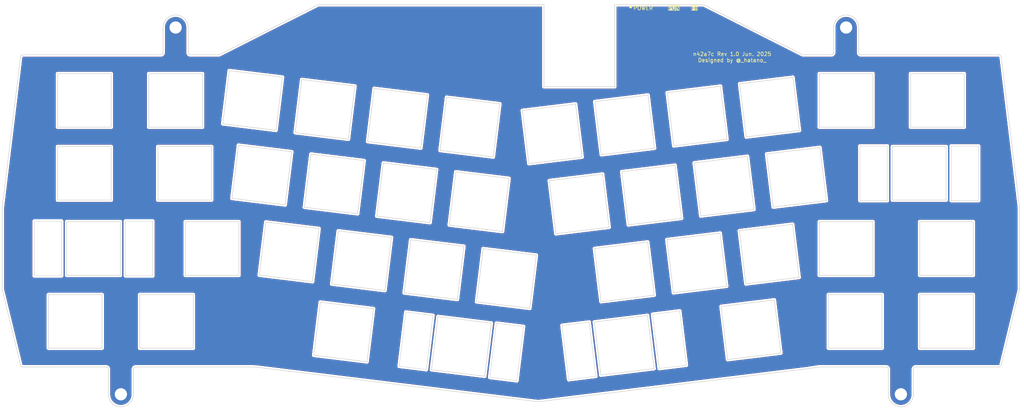
<source format=kicad_pcb>
(kicad_pcb (version 20241229) (generator "pcbnew") (generator_version "9.0")
  (title_block (title "n42a7c_t") (date "2025-06-08") (rev "1.0"))
  (layers (0 "F.Cu" mixed) (2 "B.Cu" mixed) (13 "F.Paste" user) (15 "B.Paste" user) (5 "F.SilkS" user "F.Silkscreen") (7 "B.SilkS" user "B.Silkscreen") (1 "F.Mask" user) (3 "B.Mask" user) (25 "Edge.Cuts" user))
  (net 0 "")
  (net 1 "GND")
  (footprint "cscslib:MountingHole_M3_plating_truss" (layer "F.Cu") (at 44.6484 124.42021)
    (property "Reference" "H3")
    (property "Value" "MountingHole_Pad" (hide yes))
    (pad "1" thru_hole circle (at 0 0) (size 3.4 3.4) (drill 3.2) (layers "*.Cu" "*.Mask") (net 1 "GND") (clearance 1.75))
  )
  (footprint "cscslib:MountingHole_M3_plating_truss" (layer "F.Cu") (at 58.935987 28.57502)
    (property "Reference" "H1")
    (property "Value" "MountingHole_Pad" (hide yes))
    (pad "1" thru_hole circle (at 0 0) (size 3.4 3.4) (drill 3.2) (layers "*.Cu" "*.Mask") (net 1 "GND") (clearance 1.75))
  )
  (footprint "cscslib:MountingHole_M3_plating_truss" (layer "F.Cu") (at 248.245104 124.420416)
    (property "Reference" "H4")
    (property "Value" "MountingHole_Pad" (hide yes))
    (pad "1" thru_hole circle (at 0 0) (size 3.4 3.4) (drill 3.2) (layers "*.Cu" "*.Mask") (net 1 "GND") (clearance 1.75))
  )
  (footprint "cscslib:MountingHole_M3_plating_truss" (layer "F.Cu") (at 233.958009 28.575024)
    (property "Reference" "H2")
    (property "Value" "MountingHole_Pad" (hide yes))
    (pad "1" thru_hole circle (at 0 0) (size 3.4 3.4) (drill 3.2) (layers "*.Cu" "*.Mask") (net 1 "GND") (clearance 1.75))
  )
  (footprint "cscslib:CPG151101S11_frame" (layer "B.Cu") (at 35.12349 47.624947)
    (property "Reference" "SW1" (hide yes))
    (property "Value" "CPG151101S11-16" (hide yes))
    (fp_line (start -7 -7) (end 7 -7) (stroke (width 0.15)) (layer "Edge.Cuts"))
    (fp_line (start -7 7) (end -7 -7) (stroke (width 0.15)) (layer "Edge.Cuts"))
    (fp_line (start -7 7) (end 7 7) (stroke (width 0.15)) (layer "Edge.Cuts"))
    (fp_line (start 7 7) (end 7 -7) (stroke (width 0.15)) (layer "Edge.Cuts"))
  )
  (footprint "cscslib:CPG151101S11_frame" (layer "B.Cu") (at 79.035307 47.638212 -7)
    (property "Reference" "SW3" (hide yes))
    (property "Value" "CPG151101S11-16" (hide yes))
    (fp_line (start -6.999999 7) (end -7 -6.999999) (stroke (width 0.15)) (layer "Edge.Cuts"))
    (fp_line (start -6.999999 7) (end 7 6.999999) (stroke (width 0.15)) (layer "Edge.Cuts"))
    (fp_line (start -7 -6.999999) (end 6.999999 -7) (stroke (width 0.15)) (layer "Edge.Cuts"))
    (fp_line (start 7 6.999999) (end 6.999999 -7) (stroke (width 0.15)) (layer "Edge.Cuts"))
  )
  (footprint "cscslib:CPG151101S11_frame" (layer "B.Cu") (at 97.94339 49.959835 -7)
    (property "Reference" "SW4" (hide yes))
    (property "Value" "CPG151101S11-16" (hide yes))
    (fp_line (start -6.999999 7) (end -7 -6.999999) (stroke (width 0.15)) (layer "Edge.Cuts"))
    (fp_line (start -6.999999 7) (end 7 6.999999) (stroke (width 0.15)) (layer "Edge.Cuts"))
    (fp_line (start -7 -6.999999) (end 6.999999 -7) (stroke (width 0.15)) (layer "Edge.Cuts"))
    (fp_line (start 7 6.999999) (end 6.999999 -7) (stroke (width 0.15)) (layer "Edge.Cuts"))
  )
  (footprint "cscslib:CPG151101S11_frame" (layer "B.Cu") (at 116.851469 52.281451 -7)
    (property "Reference" "SW5" (hide yes))
    (property "Value" "CPG151101S11-16" (hide yes))
    (fp_line (start -6.999999 7) (end -7 -6.999999) (stroke (width 0.15)) (layer "Edge.Cuts"))
    (fp_line (start -6.999999 7) (end 7 6.999999) (stroke (width 0.15)) (layer "Edge.Cuts"))
    (fp_line (start -7 -6.999999) (end 6.999999 -7) (stroke (width 0.15)) (layer "Edge.Cuts"))
    (fp_line (start 7 6.999999) (end 6.999999 -7) (stroke (width 0.15)) (layer "Edge.Cuts"))
  )
  (footprint "cscslib:CPG151101S11_frame" (layer "B.Cu") (at 135.759557 54.603071 -7)
    (property "Reference" "SW6" (hide yes))
    (property "Value" "CPG151101S11-16" (hide yes))
    (fp_line (start -6.999999 7) (end -7 -6.999999) (stroke (width 0.15)) (layer "Edge.Cuts"))
    (fp_line (start -6.999999 7) (end 7 6.999999) (stroke (width 0.15)) (layer "Edge.Cuts"))
    (fp_line (start -7 -6.999999) (end 6.999999 -7) (stroke (width 0.15)) (layer "Edge.Cuts"))
    (fp_line (start 7 6.999999) (end 6.999999 -7) (stroke (width 0.15)) (layer "Edge.Cuts"))
  )
  (footprint "cscslib:CPG151101S11_frame" (layer "B.Cu") (at 157.240616 56.344319 7)
    (property "Reference" "SW7" (hide yes))
    (property "Value" "CPG151101S11-16" (hide yes))
    (fp_line (start -6.999999 -7) (end 7 -6.999999) (stroke (width 0.15)) (layer "Edge.Cuts"))
    (fp_line (start -7 6.999999) (end -6.999999 -7) (stroke (width 0.15)) (layer "Edge.Cuts"))
    (fp_line (start -7 6.999999) (end 6.999999 7) (stroke (width 0.15)) (layer "Edge.Cuts"))
    (fp_line (start 6.999999 7) (end 7 -6.999999) (stroke (width 0.15)) (layer "Edge.Cuts"))
  )
  (footprint "cscslib:CPG151101S11_frame" (layer "B.Cu") (at 176.148605 54.022573 7)
    (property "Reference" "SW8" (hide yes))
    (property "Value" "CPG151101S11-16" (hide yes))
    (fp_line (start -6.999999 -7) (end 7 -6.999999) (stroke (width 0.15)) (layer "Edge.Cuts"))
    (fp_line (start -7 6.999999) (end -6.999999 -7) (stroke (width 0.15)) (layer "Edge.Cuts"))
    (fp_line (start -7 6.999999) (end 6.999999 7) (stroke (width 0.15)) (layer "Edge.Cuts"))
    (fp_line (start 6.999999 7) (end 7 -6.999999) (stroke (width 0.15)) (layer "Edge.Cuts"))
  )
  (footprint "cscslib:CPG151101S11_frame" (layer "B.Cu") (at 195.056609 51.700962 7)
    (property "Reference" "SW9" (hide yes))
    (property "Value" "CPG151101S11-16" (hide yes))
    (fp_line (start -6.999999 -7) (end 7 -6.999999) (stroke (width 0.15)) (layer "Edge.Cuts"))
    (fp_line (start -7 6.999999) (end -6.999999 -7) (stroke (width 0.15)) (layer "Edge.Cuts"))
    (fp_line (start -7 6.999999) (end 6.999999 7) (stroke (width 0.15)) (layer "Edge.Cuts"))
    (fp_line (start 6.999999 7) (end 7 -6.999999) (stroke (width 0.15)) (layer "Edge.Cuts"))
  )
  (footprint "cscslib:CPG151101S11_frame" (layer "B.Cu") (at 213.964612 49.379351 7)
    (property "Reference" "SW10" (hide yes))
    (property "Value" "CPG151101S11-16" (hide yes))
    (fp_line (start -6.999999 -7) (end 7 -6.999999) (stroke (width 0.15)) (layer "Edge.Cuts"))
    (fp_line (start -7 6.999999) (end -6.999999 -7) (stroke (width 0.15)) (layer "Edge.Cuts"))
    (fp_line (start -7 6.999999) (end 6.999999 7) (stroke (width 0.15)) (layer "Edge.Cuts"))
    (fp_line (start 6.999999 7) (end 7 -6.999999) (stroke (width 0.15)) (layer "Edge.Cuts"))
  )
  (footprint "cscslib:CPG151101S11_frame" (layer "B.Cu") (at 233.958009 47.624944)
    (property "Reference" "SW11" (hide yes))
    (property "Value" "CPG151101S11-16" (hide yes))
    (fp_line (start -7 -7) (end 7 -7) (stroke (width 0.15)) (layer "Edge.Cuts"))
    (fp_line (start -7 7) (end -7 -7) (stroke (width 0.15)) (layer "Edge.Cuts"))
    (fp_line (start -7 7) (end 7 7) (stroke (width 0.15)) (layer "Edge.Cuts"))
    (fp_line (start 7 7) (end 7 -7) (stroke (width 0.15)) (layer "Edge.Cuts"))
  )
  (footprint "cscslib:CPG151101S11_frame" (layer "B.Cu") (at 61.317239 66.675056)
    (property "Reference" "SW14" (hide yes))
    (property "Value" "CPG151101S11-16" (hide yes))
    (fp_line (start -7 -7) (end 7 -7) (stroke (width 0.15)) (layer "Edge.Cuts"))
    (fp_line (start -7 7) (end -7 -7) (stroke (width 0.15)) (layer "Edge.Cuts"))
    (fp_line (start -7 7) (end 7 7) (stroke (width 0.15)) (layer "Edge.Cuts"))
    (fp_line (start 7 7) (end 7 -7) (stroke (width 0.15)) (layer "Edge.Cuts"))
  )
  (footprint "cscslib:CPG151101S11_frame" (layer "B.Cu") (at 81.440532 67.12668 -7)
    (property "Reference" "SW15" (hide yes))
    (property "Value" "CPG151101S11-16" (hide yes))
    (fp_line (start -6.999999 7) (end -7 -6.999999) (stroke (width 0.15)) (layer "Edge.Cuts"))
    (fp_line (start -6.999999 7) (end 7 6.999999) (stroke (width 0.15)) (layer "Edge.Cuts"))
    (fp_line (start -7 -6.999999) (end 6.999999 -7) (stroke (width 0.15)) (layer "Edge.Cuts"))
    (fp_line (start 7 6.999999) (end 6.999999 -7) (stroke (width 0.15)) (layer "Edge.Cuts"))
  )
  (footprint "cscslib:CPG151101S11_frame" (layer "B.Cu") (at 164.289229 74.67192 7)
    (property "Reference" "SW19" (hide yes))
    (property "Value" "CPG151101S11-16" (hide yes))
    (fp_line (start -6.999999 -7) (end 7 -6.999999) (stroke (width 0.15)) (layer "Edge.Cuts"))
    (fp_line (start -7 6.999999) (end -6.999999 -7) (stroke (width 0.15)) (layer "Edge.Cuts"))
    (fp_line (start -7 6.999999) (end 6.999999 7) (stroke (width 0.15)) (layer "Edge.Cuts"))
    (fp_line (start 6.999999 7) (end 7 -6.999999) (stroke (width 0.15)) (layer "Edge.Cuts"))
  )
  (footprint "cscslib:CPG151101S11_frame" (layer "B.Cu") (at 202.105234 70.028699 7)
    (property "Reference" "SW21" (hide yes))
    (property "Value" "CPG151101S11-16" (hide yes))
    (fp_line (start -6.999999 -7) (end 7 -6.999999) (stroke (width 0.15)) (layer "Edge.Cuts"))
    (fp_line (start -7 6.999999) (end -6.999999 -7) (stroke (width 0.15)) (layer "Edge.Cuts"))
    (fp_line (start -7 6.999999) (end 6.999999 7) (stroke (width 0.15)) (layer "Edge.Cuts"))
    (fp_line (start 6.999999 7) (end 7 -6.999999) (stroke (width 0.15)) (layer "Edge.Cuts"))
  )
  (footprint "cscslib:CPG151101S11_frame_S" (layer "B.Cu") (at 37.504719 86.320385)
    (property "Reference" "SW24" (hide yes))
    (property "Value" "CPG151101S11-16" (hide yes))
    (fp_line (start -15.478138 -7.143756) (end -8.334382 -7.143756) (stroke (width 0.12)) (layer "Edge.Cuts"))
    (fp_line (start -15.478138 7.143756) (end -15.478138 -7.143756) (stroke (width 0.12)) (layer "Edge.Cuts"))
    (fp_line (start -8.334382 -7.143756) (end -8.334382 7.143756) (stroke (width 0.12)) (layer "Edge.Cuts"))
    (fp_line (start -8.334382 7.143756) (end -15.478138 7.143756) (stroke (width 0.12)) (layer "Edge.Cuts"))
    (fp_line (start -7 -7) (end -7 7) (stroke (width 0.15)) (layer "Edge.Cuts"))
    (fp_line (start -7 -7) (end 7 -7) (stroke (width 0.15)) (layer "Edge.Cuts"))
    (fp_line (start 7 7) (end -7 7) (stroke (width 0.15)) (layer "Edge.Cuts"))
    (fp_line (start 7 7) (end 7 -7) (stroke (width 0.15)) (layer "Edge.Cuts"))
    (fp_line (start 8.334382 -7.143756) (end 8.334382 7.143756) (stroke (width 0.12)) (layer "Edge.Cuts"))
    (fp_line (start 8.334382 -7.143756) (end 15.478138 -7.143756) (stroke (width 0.12)) (layer "Edge.Cuts"))
    (fp_line (start 8.334382 7.143756) (end 15.478138 7.143756) (stroke (width 0.12)) (layer "Edge.Cuts"))
    (fp_line (start 15.478138 7.143756) (end 15.478138 -7.143756) (stroke (width 0.12)) (layer "Edge.Cuts"))
  )
  (footprint "cscslib:CPG151101S11_frame" (layer "B.Cu") (at 68.460993 86.320387)
    (property "Reference" "SW25" (hide yes))
    (property "Value" "CPG151101S11-16" (hide yes))
    (fp_line (start -7 -7) (end 7 -7) (stroke (width 0.15)) (layer "Edge.Cuts"))
    (fp_line (start -7 7) (end -7 -7) (stroke (width 0.15)) (layer "Edge.Cuts"))
    (fp_line (start -7 7) (end 7 7) (stroke (width 0.15)) (layer "Edge.Cuts"))
    (fp_line (start 7 7) (end 7 -7) (stroke (width 0.15)) (layer "Edge.Cuts"))
  )
  (footprint "cscslib:CPG151101S11_frame" (layer "B.Cu") (at 88.572927 87.195507 -7)
    (property "Reference" "SW26" (hide yes))
    (property "Value" "CPG151101S11-16" (hide yes))
    (fp_line (start -6.999999 7) (end -7 -6.999999) (stroke (width 0.15)) (layer "Edge.Cuts"))
    (fp_line (start -6.999999 7) (end 7 6.999999) (stroke (width 0.15)) (layer "Edge.Cuts"))
    (fp_line (start -7 -6.999999) (end 6.999999 -7) (stroke (width 0.15)) (layer "Edge.Cuts"))
    (fp_line (start 7 6.999999) (end 6.999999 -7) (stroke (width 0.15)) (layer "Edge.Cuts"))
  )
  (footprint "cscslib:CPG151101S11_frame" (layer "B.Cu") (at 126.38899 91.838573 -7)
    (property "Reference" "SW28" (hide yes))
    (property "Value" "CPG151101S11-16" (hide yes))
    (fp_line (start -6.999999 7) (end -7 -6.999999) (stroke (width 0.15)) (layer "Edge.Cuts"))
    (fp_line (start -6.999999 7) (end 7 6.999999) (stroke (width 0.15)) (layer "Edge.Cuts"))
    (fp_line (start -7 -6.999999) (end 6.999999 -7) (stroke (width 0.15)) (layer "Edge.Cuts"))
    (fp_line (start 7 6.999999) (end 6.999999 -7) (stroke (width 0.15)) (layer "Edge.Cuts"))
  )
  (footprint "cscslib:CPG151101S11_frame" (layer "B.Cu") (at 145.296978 94.160409 -7)
    (property "Reference" "SW29" (hide yes))
    (property "Value" "CPG151101S11-16" (hide yes))
    (fp_line (start -6.999999 7) (end -7 -6.999999) (stroke (width 0.15)) (layer "Edge.Cuts"))
    (fp_line (start -6.999999 7) (end 7 6.999999) (stroke (width 0.15)) (layer "Edge.Cuts"))
    (fp_line (start -7 -6.999999) (end 6.999999 -7) (stroke (width 0.15)) (layer "Edge.Cuts"))
    (fp_line (start 7 6.999999) (end 6.999999 -7) (stroke (width 0.15)) (layer "Edge.Cuts"))
  )
  (footprint "cscslib:CPG151101S11_frame" (layer "B.Cu") (at 58.935987 47.624945)
    (property "Reference" "SW2" (hide yes))
    (property "Value" "CPG151101S11-16" (hide yes))
    (fp_line (start -7 -7) (end 7 -7) (stroke (width 0.15)) (layer "Edge.Cuts"))
    (fp_line (start -7 7) (end -7 -7) (stroke (width 0.15)) (layer "Edge.Cuts"))
    (fp_line (start -7 7) (end 7 7) (stroke (width 0.15)) (layer "Edge.Cuts"))
    (fp_line (start 7 7) (end 7 -7) (stroke (width 0.15)) (layer "Edge.Cuts"))
  )
  (footprint "cscslib:CPG151101S11_frame" (layer "B.Cu") (at 183.197233 72.350309 7)
    (property "Reference" "SW20" (hide yes))
    (property "Value" "CPG151101S11-16" (hide yes))
    (fp_line (start -6.999999 -7) (end 7 -6.999999) (stroke (width 0.15)) (layer "Edge.Cuts"))
    (fp_line (start -7 6.999999) (end -6.999999 -7) (stroke (width 0.15)) (layer "Edge.Cuts"))
    (fp_line (start -7 6.999999) (end 6.999999 7) (stroke (width 0.15)) (layer "Edge.Cuts"))
    (fp_line (start 6.999999 7) (end 7 -6.999999) (stroke (width 0.15)) (layer "Edge.Cuts"))
  )
  (footprint "cscslib:CPG151101S11_frame" (layer "B.Cu") (at 35.123493 66.675055)
    (property "Reference" "SW13" (hide yes))
    (property "Value" "CPG151101S11-16" (hide yes))
    (fp_line (start -7 -7) (end 7 -7) (stroke (width 0.15)) (layer "Edge.Cuts"))
    (fp_line (start -7 7) (end -7 -7) (stroke (width 0.15)) (layer "Edge.Cuts"))
    (fp_line (start -7 7) (end 7 7) (stroke (width 0.15)) (layer "Edge.Cuts"))
    (fp_line (start 7 7) (end 7 -7) (stroke (width 0.15)) (layer "Edge.Cuts"))
  )
  (footprint "cscslib:CPG151101S11_frame" (layer "B.Cu") (at 221.013241 67.707088 7)
    (property "Reference" "SW22" (hide yes))
    (property "Value" "CPG151101S11-16" (hide yes))
    (fp_line (start -6.999999 -7) (end 7 -6.999999) (stroke (width 0.15)) (layer "Edge.Cuts"))
    (fp_line (start -7 6.999999) (end -6.999999 -7) (stroke (width 0.15)) (layer "Edge.Cuts"))
    (fp_line (start -7 6.999999) (end 6.999999 7) (stroke (width 0.15)) (layer "Edge.Cuts"))
    (fp_line (start 6.999999 7) (end 7 -6.999999) (stroke (width 0.15)) (layer "Edge.Cuts"))
  )
  (footprint "cscslib:CPG151101S11_frame" (layer "B.Cu") (at 100.34855 69.44829 -7)
    (property "Reference" "SW16" (hide yes))
    (property "Value" "CPG151101S11-16" (hide yes))
    (fp_line (start -6.999999 7) (end -7 -6.999999) (stroke (width 0.15)) (layer "Edge.Cuts"))
    (fp_line (start -6.999999 7) (end 7 6.999999) (stroke (width 0.15)) (layer "Edge.Cuts"))
    (fp_line (start -7 -6.999999) (end 6.999999 -7) (stroke (width 0.15)) (layer "Edge.Cuts"))
    (fp_line (start 7 6.999999) (end 6.999999 -7) (stroke (width 0.15)) (layer "Edge.Cuts"))
  )
  (footprint "cscslib:CPG151101S11_frame" (layer "B.Cu") (at 138.16459 74.091519 -7)
    (property "Reference" "SW18" (hide yes))
    (property "Value" "CPG151101S11-16" (hide yes))
    (fp_line (start -6.999999 7) (end -7 -6.999999) (stroke (width 0.15)) (layer "Edge.Cuts"))
    (fp_line (start -6.999999 7) (end 7 6.999999) (stroke (width 0.15)) (layer "Edge.Cuts"))
    (fp_line (start -7 -6.999999) (end 6.999999 -7) (stroke (width 0.15)) (layer "Edge.Cuts"))
    (fp_line (start 7 6.999999) (end 6.999999 -7) (stroke (width 0.15)) (layer "Edge.Cuts"))
  )
  (footprint "cscslib:CPG151101S11_frame" (layer "B.Cu") (at 119.256568 71.769906 -7)
    (property "Reference" "SW17" (hide yes))
    (property "Value" "CPG151101S11-16" (hide yes))
    (fp_line (start -6.999999 7) (end -7 -6.999999) (stroke (width 0.15)) (layer "Edge.Cuts"))
    (fp_line (start -6.999999 7) (end 7 6.999999) (stroke (width 0.15)) (layer "Edge.Cuts"))
    (fp_line (start -7 -6.999999) (end 6.999999 -7) (stroke (width 0.15)) (layer "Edge.Cuts"))
    (fp_line (start 7 6.999999) (end 6.999999 -7) (stroke (width 0.15)) (layer "Edge.Cuts"))
  )
  (footprint "cscslib:CPG151101S11_frame_S" (layer "B.Cu") (at 253.039765 66.675056)
    (property "Reference" "SW23" (hide yes))
    (property "Value" "CPG151101S11-16" (hide yes))
    (fp_line (start -15.478138 -7.143756) (end -8.334382 -7.143756) (stroke (width 0.12)) (layer "Edge.Cuts"))
    (fp_line (start -15.478138 7.143756) (end -15.478138 -7.143756) (stroke (width 0.12)) (layer "Edge.Cuts"))
    (fp_line (start -8.334382 -7.143756) (end -8.334382 7.143756) (stroke (width 0.12)) (layer "Edge.Cuts"))
    (fp_line (start -8.334382 7.143756) (end -15.478138 7.143756) (stroke (width 0.12)) (layer "Edge.Cuts"))
    (fp_line (start -7 -7) (end -7 7) (stroke (width 0.15)) (layer "Edge.Cuts"))
    (fp_line (start -7 -7) (end 7 -7) (stroke (width 0.15)) (layer "Edge.Cuts"))
    (fp_line (start 7 7) (end -7 7) (stroke (width 0.15)) (layer "Edge.Cuts"))
    (fp_line (start 7 7) (end 7 -7) (stroke (width 0.15)) (layer "Edge.Cuts"))
    (fp_line (start 8.334382 -7.143756) (end 8.334382 7.143756) (stroke (width 0.12)) (layer "Edge.Cuts"))
    (fp_line (start 8.334382 -7.143756) (end 15.478138 -7.143756) (stroke (width 0.12)) (layer "Edge.Cuts"))
    (fp_line (start 8.334382 7.143756) (end 15.478138 7.143756) (stroke (width 0.12)) (layer "Edge.Cuts"))
    (fp_line (start 15.478138 7.143756) (end 15.478138 -7.143756) (stroke (width 0.12)) (layer "Edge.Cuts"))
  )
  (footprint "cscslib:CPG151101S11_frame" (layer "B.Cu") (at 213.88085 87.775897 7)
    (property "Reference" "SW32" (hide yes))
    (property "Value" "CPG151101S11-16" (hide yes))
    (fp_line (start -6.999999 -7) (end 7 -6.999999) (stroke (width 0.15)) (layer "Edge.Cuts"))
    (fp_line (start -7 6.999999) (end -6.999999 -7) (stroke (width 0.15)) (layer "Edge.Cuts"))
    (fp_line (start -7 6.999999) (end 6.999999 7) (stroke (width 0.15)) (layer "Edge.Cuts"))
    (fp_line (start 6.999999 7) (end 7 -6.999999) (stroke (width 0.15)) (layer "Edge.Cuts"))
  )
  (footprint "cscslib:CPG151101S11_frame" (layer "B.Cu") (at 257.770529 47.624944)
    (property "Reference" "SW12" (hide yes))
    (property "Value" "CPG151101S11-16" (hide yes))
    (fp_line (start -7 -7) (end 7 -7) (stroke (width 0.15)) (layer "Edge.Cuts"))
    (fp_line (start -7 7) (end -7 -7) (stroke (width 0.15)) (layer "Edge.Cuts"))
    (fp_line (start -7 7) (end 7 7) (stroke (width 0.15)) (layer "Edge.Cuts"))
    (fp_line (start 7 7) (end 7 -7) (stroke (width 0.15)) (layer "Edge.Cuts"))
  )
  (footprint "cscslib:CPG151101S11_frame" (layer "B.Cu") (at 107.480948 89.517121 -7)
    (property "Reference" "SW27" (hide yes))
    (property "Value" "CPG151101S11-16" (hide yes))
    (fp_line (start -6.999999 7) (end -7 -6.999999) (stroke (width 0.15)) (layer "Edge.Cuts"))
    (fp_line (start -6.999999 7) (end 7 6.999999) (stroke (width 0.15)) (layer "Edge.Cuts"))
    (fp_line (start -7 -6.999999) (end 6.999999 -7) (stroke (width 0.15)) (layer "Edge.Cuts"))
    (fp_line (start 7 6.999999) (end 6.999999 -7) (stroke (width 0.15)) (layer "Edge.Cuts"))
  )
  (footprint "cscslib:CPG151101S11_frame" (layer "B.Cu") (at 176.06484 92.419119 7)
    (property "Reference" "SW30" (hide yes))
    (property "Value" "CPG151101S11-16" (hide yes))
    (fp_line (start -6.999999 -7) (end 7 -6.999999) (stroke (width 0.15)) (layer "Edge.Cuts"))
    (fp_line (start -7 6.999999) (end -6.999999 -7) (stroke (width 0.15)) (layer "Edge.Cuts"))
    (fp_line (start -7 6.999999) (end 6.999999 7) (stroke (width 0.15)) (layer "Edge.Cuts"))
    (fp_line (start 6.999999 7) (end 7 -6.999999) (stroke (width 0.15)) (layer "Edge.Cuts"))
  )
  (footprint "cscslib:CPG151101S11_frame" (layer "B.Cu") (at 260.151781 105.370401)
    (property "Reference" "SW42" (hide yes))
    (property "Value" "CPG151101S11-16" (hide yes))
    (fp_line (start -7 -7) (end 7 -7) (stroke (width 0.15)) (layer "Edge.Cuts"))
    (fp_line (start -7 7) (end -7 -7) (stroke (width 0.15)) (layer "Edge.Cuts"))
    (fp_line (start -7 7) (end 7 7) (stroke (width 0.15)) (layer "Edge.Cuts"))
    (fp_line (start 7 7) (end 7 -7) (stroke (width 0.15)) (layer "Edge.Cuts"))
  )
  (footprint "cscslib:CPG151101S11_frame" (layer "B.Cu") (at 209.111959 107.554506 7)
    (property "Reference" "SW40" (hide yes))
    (property "Value" "CPG151101S11-16" (hide yes))
    (fp_line (start -6.999999 -7) (end 7 -6.999999) (stroke (width 0.15)) (layer "Edge.Cuts"))
    (fp_line (start -7 6.999999) (end -6.999999 -7) (stroke (width 0.15)) (layer "Edge.Cuts"))
    (fp_line (start -7 6.999999) (end 6.999999 7) (stroke (width 0.15)) (layer "Edge.Cuts"))
    (fp_line (start 6.999999 7) (end 7 -6.999999) (stroke (width 0.15)) (layer "Edge.Cuts"))
  )
  (footprint "cscslib:CPG151101S11_frame" (layer "B.Cu") (at 236.339261 105.370401)
    (property "Reference" "SW41" (hide yes))
    (property "Value" "CPG151101S11-16" (hide yes))
    (fp_line (start -7 -7) (end 7 -7) (stroke (width 0.15)) (layer "Edge.Cuts"))
    (fp_line (start -7 7) (end -7 -7) (stroke (width 0.15)) (layer "Edge.Cuts"))
    (fp_line (start -7 7) (end 7 7) (stroke (width 0.15)) (layer "Edge.Cuts"))
    (fp_line (start 7 7) (end 7 -7) (stroke (width 0.15)) (layer "Edge.Cuts"))
  )
  (footprint "cscslib:CPG151101S11_frame_S" (layer "B.Cu") (at 176.022952 111.617325 7)
    (property "Reference" "SW39" (hide yes))
    (property "Value" "CPG151101S11-16" (hide yes))
    (fp_line (start -15.478138 -7.143756) (end -8.334382 -7.143756) (stroke (width 0.12)) (layer "Edge.Cuts"))
    (fp_line (start -15.478138 7.143756) (end -15.478138 -7.143756) (stroke (width 0.12)) (layer "Edge.Cuts"))
    (fp_line (start -8.334382 -7.143756) (end -8.334382 7.143756) (stroke (width 0.12)) (layer "Edge.Cuts"))
    (fp_line (start -6.999999 -7) (end -7 6.999999) (stroke (width 0.15)) (layer "Edge.Cuts"))
    (fp_line (start -6.999999 -7) (end 7 -6.999999) (stroke (width 0.15)) (layer "Edge.Cuts"))
    (fp_line (start -8.334382 7.143756) (end -15.478138 7.143756) (stroke (width 0.12)) (layer "Edge.Cuts"))
    (fp_line (start 8.334382 -7.143756) (end 8.334382 7.143756) (stroke (width 0.12)) (layer "Edge.Cuts"))
    (fp_line (start 8.334382 -7.143756) (end 15.478138 -7.143756) (stroke (width 0.12)) (layer "Edge.Cuts"))
    (fp_line (start 6.999999 7) (end -7 6.999999) (stroke (width 0.15)) (layer "Edge.Cuts"))
    (fp_line (start 6.999999 7) (end 7 -6.999999) (stroke (width 0.15)) (layer "Edge.Cuts"))
    (fp_line (start 8.334382 7.143756) (end 15.478138 7.143756) (stroke (width 0.12)) (layer "Edge.Cuts"))
    (fp_line (start 15.478138 7.143756) (end 15.478138 -7.143756) (stroke (width 0.12)) (layer "Edge.Cuts"))
  )
  (footprint "cscslib:CPG151101S11_frame" (layer "B.Cu") (at 233.958009 86.320382)
    (property "Reference" "SW33" (hide yes))
    (property "Value" "CPG151101S11-16" (hide yes))
    (fp_line (start -7 -7) (end 7 -7) (stroke (width 0.15)) (layer "Edge.Cuts"))
    (fp_line (start -7 7) (end -7 -7) (stroke (width 0.15)) (layer "Edge.Cuts"))
    (fp_line (start -7 7) (end 7 7) (stroke (width 0.15)) (layer "Edge.Cuts"))
    (fp_line (start 7 7) (end 7 -7) (stroke (width 0.15)) (layer "Edge.Cuts"))
  )
  (footprint "cscslib:CPG151101S11_frame" (layer "B.Cu") (at 32.742215 105.370404)
    (property "Reference" "SW35" (hide yes))
    (property "Value" "CPG151101S11-16" (hide yes))
    (fp_line (start -7 -7) (end 7 -7) (stroke (width 0.15)) (layer "Edge.Cuts"))
    (fp_line (start -7 7) (end -7 -7) (stroke (width 0.15)) (layer "Edge.Cuts"))
    (fp_line (start -7 7) (end 7 7) (stroke (width 0.15)) (layer "Edge.Cuts"))
    (fp_line (start 7 7) (end 7 -7) (stroke (width 0.15)) (layer "Edge.Cuts"))
  )
  (footprint "cscslib:CPG151101S11_frame" (layer "B.Cu") (at 194.972846 90.097508 7)
    (property "Reference" "SW31" (hide yes))
    (property "Value" "CPG151101S11-16" (hide yes))
    (fp_line (start -6.999999 -7) (end 7 -6.999999) (stroke (width 0.15)) (layer "Edge.Cuts"))
    (fp_line (start -7 6.999999) (end -6.999999 -7) (stroke (width 0.15)) (layer "Edge.Cuts"))
    (fp_line (start -7 6.999999) (end 6.999999 7) (stroke (width 0.15)) (layer "Edge.Cuts"))
    (fp_line (start 6.999999 7) (end 7 -6.999999) (stroke (width 0.15)) (layer "Edge.Cuts"))
  )
  (footprint "cscslib:CPG151101S11_frame" (layer "B.Cu") (at 260.151779 86.320385)
    (property "Reference" "SW34" (hide yes))
    (property "Value" "CPG151101S11-16" (hide yes))
    (fp_line (start -7 -7) (end 7 -7) (stroke (width 0.15)) (layer "Edge.Cuts"))
    (fp_line (start -7 7) (end -7 -7) (stroke (width 0.15)) (layer "Edge.Cuts"))
    (fp_line (start -7 7) (end 7 7) (stroke (width 0.15)) (layer "Edge.Cuts"))
    (fp_line (start 7 7) (end 7 -7) (stroke (width 0.15)) (layer "Edge.Cuts"))
  )
  (footprint "cscslib:CPG151101S11_frame_S" (layer "B.Cu") (at 133.521957 111.907493 -7)
    (property "Reference" "SW38" (hide yes))
    (property "Value" "CPG151101S11-16" (hide yes))
    (fp_line (start -15.478138 7.143756) (end -15.478138 -7.143756) (stroke (width 0.12)) (layer "Edge.Cuts"))
    (fp_line (start -15.478138 -7.143756) (end -8.334382 -7.143756) (stroke (width 0.12)) (layer "Edge.Cuts"))
    (fp_line (start -8.334382 7.143756) (end -15.478138 7.143756) (stroke (width 0.12)) (layer "Edge.Cuts"))
    (fp_line (start -8.334382 -7.143756) (end -8.334382 7.143756) (stroke (width 0.12)) (layer "Edge.Cuts"))
    (fp_line (start -7 -6.999999) (end -6.999999 7) (stroke (width 0.15)) (layer "Edge.Cuts"))
    (fp_line (start -7 -6.999999) (end 6.999999 -7) (stroke (width 0.15)) (layer "Edge.Cuts"))
    (fp_line (start 7 6.999999) (end -6.999999 7) (stroke (width 0.15)) (layer "Edge.Cuts"))
    (fp_line (start 7 6.999999) (end 6.999999 -7) (stroke (width 0.15)) (layer "Edge.Cuts"))
    (fp_line (start 8.334382 7.143756) (end 15.478138 7.143756) (stroke (width 0.12)) (layer "Edge.Cuts"))
    (fp_line (start 8.334382 -7.143756) (end 8.334382 7.143756) (stroke (width 0.12)) (layer "Edge.Cuts"))
    (fp_line (start 8.334382 -7.143756) (end 15.478138 -7.143756) (stroke (width 0.12)) (layer "Edge.Cuts"))
    (fp_line (start 15.478138 7.143756) (end 15.478138 -7.143756) (stroke (width 0.12)) (layer "Edge.Cuts"))
  )
  (footprint "cscslib:CPG151101S11_frame" (layer "B.Cu") (at 102.796451 108.13487 -7)
    (property "Reference" "SW37" (hide yes))
    (property "Value" "CPG151101S11-16" (hide yes))
    (fp_line (start -6.999999 7) (end -7 -6.999999) (stroke (width 0.15)) (layer "Edge.Cuts"))
    (fp_line (start -6.999999 7) (end 7 6.999999) (stroke (width 0.15)) (layer "Edge.Cuts"))
    (fp_line (start -7 -6.999999) (end 6.999999 -7) (stroke (width 0.15)) (layer "Edge.Cuts"))
    (fp_line (start 7 6.999999) (end 6.999999 -7) (stroke (width 0.15)) (layer "Edge.Cuts"))
  )
  (footprint "cscslib:CPG151101S11_frame" (layer "B.Cu") (at 56.554735 105.370401)
    (property "Reference" "SW36" (hide yes))
    (property "Value" "CPG151101S11-16" (hide yes))
    (fp_line (start -7 -7) (end 7 -7) (stroke (width 0.15)) (layer "Edge.Cuts"))
    (fp_line (start -7 7) (end -7 -7) (stroke (width 0.15)) (layer "Edge.Cuts"))
    (fp_line (start -7 7) (end 7 7) (stroke (width 0.15)) (layer "Edge.Cuts"))
    (fp_line (start 7 7) (end 7 -7) (stroke (width 0.15)) (layer "Edge.Cuts"))
  )
  (gr_circle (center 177.700632 23.217168) (end 177.998288 23.217168) (stroke (width 0.15)) (fill yes) (layer "F.SilkS"))
  (gr_line (start 230.684177 35.123382) (end 230.684287 28.575052) (stroke (width 0.15)) (layer "Edge.Cuts"))
  (gr_line (start 196.750616 22.621875) (end 173.533448 22.621875) (stroke (width 0.15)) (layer "Edge.Cuts"))
  (gr_arc (start 55.661679 35.123375) (mid 55.487381 35.544429) (end 55.066349 35.718708) (stroke (width 0.15)) (layer "Edge.Cuts"))
  (gr_line (start 41.374121 124.420207) (end 41.374128 117.876813) (stroke (width 0.15)) (layer "Edge.Cuts"))
  (gr_line (start 80.073858 117.34053) (end 153.342313 126.336706) (stroke (width 0.15)) (layer "Edge.Cuts"))
  (gr_line (start 223.562205 117.775766) (end 226.814253 117.276661) (stroke (width 0.15)) (layer "Edge.Cuts"))
  (gr_arc (start 47.922681 124.420208) (mid 44.648295 127.694491) (end 41.374121 124.419998) (stroke (width 0.15)) (layer "Edge.Cuts"))
  (gr_line (start 153.838937 126.336706) (end 223.562205 117.775766) (stroke (width 0.15)) (layer "Edge.Cuts"))
  (gr_arc (start 230.684204 35.12343) (mid 230.50983 35.544357) (end 230.088891 35.718742) (stroke (width 0.15)) (layer "Edge.Cuts"))
  (gr_line (start 153.342313 126.336706) (end 153.838937 126.336706) (stroke (width 0.15)) (layer "Edge.Cuts"))
  (gr_line (start 237.231831 28.575043) (end 237.231904 35.123486) (stroke (width 0.15)) (layer "Edge.Cuts"))
  (gr_arc (start 18.45471 36.314113) (mid 18.62907 35.893163) (end 19.050023 35.718803) (stroke (width 0.15)) (layer "Edge.Cuts"))
  (gr_arc (start 273.843546 35.7188) (mid 274.264492 35.893152) (end 274.438858 36.314115) (stroke (width 0.15)) (layer "Edge.Cuts"))
  (gr_arc (start 244.375185 117.276669) (mid 244.796097 117.451089) (end 244.970499 117.871994) (stroke (width 0.15)) (layer "Edge.Cuts"))
  (gr_line (start 226.814253 117.276462) (end 244.375024 117.276464) (stroke (width 0.15)) (layer "Edge.Cuts"))
  (gr_line (start 173.533448 44.053088) (end 173.533448 22.621856) (stroke (width 0.15)) (layer "Edge.Cuts"))
  (gr_line (start 252.114181 117.276667) (end 273.843481 117.276466) (stroke (width 0.15)) (layer "Edge.Cuts"))
  (gr_arc (start 40.78259 117.27626) (mid 41.200924 117.452103) (end 41.374128 117.871566) (stroke (width 0.15)) (layer "Edge.Cuts"))
  (gr_line (start 79.176629 117.276663) (end 80.073858 117.34053) (stroke (width 0.15)) (layer "Edge.Cuts"))
  (gr_line (start 70.246967 35.718695) (end 62.8055 35.718737) (stroke (width 0.15)) (layer "Edge.Cuts"))
  (gr_line (start 55.661606 35.123465) (end 55.661664 28.575024) (stroke (width 0.15)) (layer "Edge.Cuts"))
  (gr_line (start 274.438831 36.314093) (end 279.201797 75.604751) (stroke (width 0.15)) (layer "Edge.Cuts"))
  (gr_arc (start 55.661664 28.575024) (mid 58.935989 25.300694) (end 62.210307 28.575021) (stroke (width 0.15)) (layer "Edge.Cuts"))
  (gr_line (start 237.843961 35.718728) (end 273.8435 35.718804) (stroke (width 0.15)) (layer "Edge.Cuts"))
  (gr_line (start 18.454703 36.314113) (end 13.692199 75.604751) (stroke (width 0.15)) (layer "Edge.Cuts"))
  (gr_line (start 279.201797 75.604751) (end 279.201797 97.036019) (stroke (width 0.15)) (layer "Edge.Cuts"))
  (gr_line (start 279.201797 97.036019) (end 274.439293 116.68151) (stroke (width 0.15)) (layer "Edge.Cuts"))
  (gr_arc (start 47.922517 117.871554) (mid 48.10238 117.445192) (end 48.533251 117.276414) (stroke (width 0.15)) (layer "Edge.Cuts"))
  (gr_arc (start 19.049886 117.270465) (mid 18.628987 117.096118) (end 18.454639 116.675221) (stroke (width 0.15)) (layer "Edge.Cuts"))
  (gr_line (start 230.088891 35.718742) (end 222.647208 35.718934) (stroke (width 0.15)) (layer "Edge.Cuts"))
  (gr_line (start 13.692199 97.036019) (end 13.692199 75.604751) (stroke (width 0.15)) (layer "Edge.Cuts"))
  (gr_arc (start 251.518868 117.871986) (mid 251.693352 117.451156) (end 252.114181 117.276667) (stroke (width 0.15)) (layer "Edge.Cuts"))
  (gr_line (start 244.970473 117.871995) (end 244.970466 124.420417) (stroke (width 0.15)) (layer "Edge.Cuts"))
  (gr_arc (start 230.684287 28.575052) (mid 233.958096 25.301187) (end 237.231831 28.575043) (stroke (width 0.15)) (layer "Edge.Cuts"))
  (gr_line (start 47.922553 117.871566) (end 47.922681 124.420208) (stroke (width 0.15)) (layer "Edge.Cuts"))
  (gr_arc (start 237.837163 35.718872) (mid 237.410226 35.547784) (end 237.232604 35.123543) (stroke (width 0.15)) (layer "Edge.Cuts"))
  (gr_line (start 96.142888 22.621894) (end 70.246706 35.718697) (stroke (width 0.15)) (layer "Edge.Cuts"))
  (gr_line (start 40.78259 117.27626) (end 19.049886 117.270464) (stroke (width 0.15)) (layer "Edge.Cuts"))
  (gr_line (start 155.078776 22.621856) (end 155.078776 44.053088) (stroke (width 0.15)) (layer "Edge.Cuts"))
  (gr_line (start 96.142888 22.621894) (end 146.446752 22.621894) (stroke (width 0.15)) (layer "Edge.Cuts"))
  (gr_line (start 251.519742 124.420417) (end 251.519764 117.871988) (stroke (width 0.15)) (layer "Edge.Cuts"))
  (gr_arc (start 62.805389 35.718738) (mid 62.384517 35.544352) (end 62.210114 35.123467) (stroke (width 0.15)) (layer "Edge.Cuts"))
  (gr_arc (start 274.439268 116.681329) (mid 274.264746 117.102098) (end 273.843955 117.276642) (stroke (width 0.15)) (layer "Edge.Cuts"))
  (gr_line (start 13.692199 97.036019) (end 18.454638 116.6753) (stroke (width 0.15)) (layer "Edge.Cuts"))
  (gr_line (start 62.210307 28.575021) (end 62.210348 35.123466) (stroke (width 0.15)) (layer "Edge.Cuts"))
  (gr_line (start 48.540019 117.276628) (end 79.176629 117.276663) (stroke (width 0.15)) (layer "Edge.Cuts"))
  (gr_line (start 55.066349 35.718708) (end 19.050023 35.718803) (stroke (width 0.15)) (layer "Edge.Cuts"))
  (gr_line (start 155.078776 44.053088) (end 173.533448 44.053088) (stroke (width 0.15)) (layer "Edge.Cuts"))
  (gr_arc (start 251.519742 124.420417) (mid 248.245104 127.695054) (end 244.970466 124.420417) (stroke (width 0.15)) (layer "Edge.Cuts"))
  (gr_line (start 146.446752 22.621894) (end 155.078776 22.621875) (stroke (width 0.15)) (layer "Edge.Cuts"))
  (gr_line (start 196.750616 22.621875) (end 222.647528 35.71878) (stroke (width 0.15)) (layer "Edge.Cuts"))
  (gr_text "n42a7c Rev 1.0 Jun. 2025\nDesigned by @_hatano_" (at 204.192359 36.314113 0) (layer "F.SilkS") (effects (font (size 1 1))))
  (gr_text "POWER" (at 180.974848 23.514824 0) (layer "F.SilkS") (effects (font (size 1 1))))
  (gr_text "PON" (at 189.01156 23.514824 0) (layer "F.SilkS" knockout) (effects (font (size 1 1))))
  (gr_text "Fn" (at 194.369368 23.514824 0) (layer "F.SilkS" knockout) (effects (font (size 1 1))))
  (zone (net 1) (net_name "GND") (layers "F.Cu" "B.Cu") (connect_pads (clearance 0)) (min_thickness 0.25) (fill yes (thermal_gap 0.5) (thermal_bridge_width 0.5))
    (polygon (pts (xy 280.392423 128.587608) (xy 280.392423 22.026581) (xy 13.096876 22.026581) (xy 13.096873 128.587499)))
  )
)
</source>
